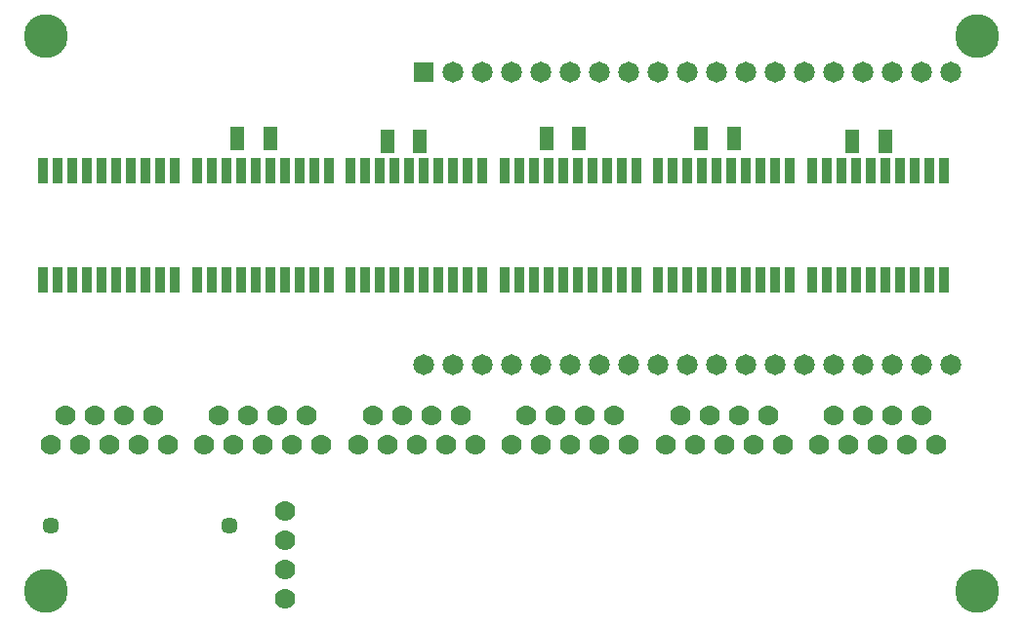
<source format=gbr>
G04 DesignSpark PCB Gerber Version 10.0 Build 5299*
%FSLAX35Y35*%
%MOIN*%
%ADD115R,0.03559X0.08677*%
%ADD109R,0.05055X0.08362*%
%ADD106R,0.07142X0.07142*%
%ADD72C,0.05724*%
%ADD108C,0.07000*%
%ADD107C,0.07142*%
%ADD105C,0.15000*%
X0Y0D02*
D02*
D72*
X14100Y35600D03*
X75124D03*
D02*
D105*
X12600Y13100D03*
Y202700D03*
X330600Y13100D03*
Y202700D03*
D02*
D106*
X141305Y190600D03*
D02*
D107*
Y90600D03*
X151305D03*
Y190600D03*
X161305Y90600D03*
Y190600D03*
X171305Y90600D03*
Y190600D03*
X181305Y90600D03*
Y190600D03*
X191305Y90600D03*
Y190600D03*
X201305Y90600D03*
Y190600D03*
X211305Y90600D03*
Y190600D03*
X221305Y90600D03*
Y190600D03*
X231305Y90600D03*
Y190600D03*
X241305Y90600D03*
Y190600D03*
X251305Y90600D03*
Y190600D03*
X261305Y90600D03*
Y190600D03*
X271305Y90600D03*
Y190600D03*
X281305Y90600D03*
Y190600D03*
X291305Y90600D03*
Y190600D03*
X301305Y90600D03*
Y190600D03*
X311305Y90600D03*
Y190600D03*
X321305Y90600D03*
Y190600D03*
D02*
D108*
X14100Y63100D03*
X19100Y73100D03*
X24100Y63100D03*
X29100Y73100D03*
X34100Y63100D03*
X39100Y73100D03*
X44100Y63100D03*
X49100Y73100D03*
X54100Y63100D03*
X66600D03*
X71600Y73100D03*
X76600Y63100D03*
X81600Y73100D03*
X86600Y63100D03*
X91600Y73100D03*
X94100Y10600D03*
Y20600D03*
Y30600D03*
Y40600D03*
X96600Y63100D03*
X101600Y73100D03*
X106600Y63100D03*
X119100D03*
X124100Y73100D03*
X129100Y63100D03*
X134100Y73100D03*
X139100Y63100D03*
X144100Y73100D03*
X149100Y63100D03*
X154100Y73100D03*
X159100Y63100D03*
X171600D03*
X176600Y73100D03*
X181600Y63100D03*
X186600Y73100D03*
X191600Y63100D03*
X196600Y73100D03*
X201600Y63100D03*
X206600Y73100D03*
X211600Y63100D03*
X224100D03*
X229100Y73100D03*
X234100Y63100D03*
X239100Y73100D03*
X244100Y63100D03*
X249100Y73100D03*
X254100Y63100D03*
X259100Y73100D03*
X264100Y63100D03*
X276600D03*
X281600Y73100D03*
X286600Y63100D03*
X291600Y73100D03*
X296600Y63100D03*
X301600Y73100D03*
X306600Y63100D03*
X311600Y73100D03*
X316600Y63100D03*
D02*
D109*
X77809Y167900D03*
X88991D03*
X129009Y166700D03*
X140191D03*
X183409Y167900D03*
X194591D03*
X236209D03*
X247391D03*
X287809Y166700D03*
X298991D03*
D02*
D115*
X11600Y119498D03*
Y156702D03*
X16600Y119498D03*
Y156702D03*
X21600Y119498D03*
Y156702D03*
X26600Y119498D03*
Y156702D03*
X31600Y119498D03*
Y156702D03*
X36600Y119498D03*
Y156702D03*
X41600Y119498D03*
Y156702D03*
X46600Y119498D03*
Y156702D03*
X51600Y119498D03*
Y156702D03*
X56600Y119498D03*
Y156702D03*
X64100Y119498D03*
Y156702D03*
X69100Y119498D03*
Y156702D03*
X74100Y119498D03*
Y156702D03*
X79100Y119498D03*
Y156702D03*
X84100Y119498D03*
Y156702D03*
X89100Y119498D03*
Y156702D03*
X94100Y119498D03*
Y156702D03*
X99100Y119498D03*
Y156702D03*
X104100Y119498D03*
Y156702D03*
X109100Y119498D03*
Y156702D03*
X116600Y119498D03*
Y156702D03*
X121600Y119498D03*
Y156702D03*
X126600Y119498D03*
Y156702D03*
X131600Y119498D03*
Y156702D03*
X136600Y119498D03*
Y156702D03*
X141600Y119498D03*
Y156702D03*
X146600Y119498D03*
Y156702D03*
X151600Y119498D03*
Y156702D03*
X156600Y119498D03*
Y156702D03*
X161600Y119498D03*
Y156702D03*
X169100Y119498D03*
Y156702D03*
X174100Y119498D03*
Y156702D03*
X179100Y119498D03*
Y156702D03*
X184100Y119498D03*
Y156702D03*
X189100Y119498D03*
Y156702D03*
X194100Y119498D03*
Y156702D03*
X199100Y119498D03*
Y156702D03*
X204100Y119498D03*
Y156702D03*
X209100Y119498D03*
Y156702D03*
X214100Y119498D03*
Y156702D03*
X221600Y119498D03*
Y156702D03*
X226600Y119498D03*
Y156702D03*
X231600Y119498D03*
Y156702D03*
X236600Y119498D03*
Y156702D03*
X241600Y119498D03*
Y156702D03*
X246600Y119498D03*
Y156702D03*
X251600Y119498D03*
Y156702D03*
X256600Y119498D03*
Y156702D03*
X261600Y119498D03*
Y156702D03*
X266600Y119498D03*
Y156702D03*
X274100Y119498D03*
Y156702D03*
X279100Y119498D03*
Y156702D03*
X284100Y119498D03*
Y156702D03*
X289100Y119498D03*
Y156702D03*
X294100Y119498D03*
Y156702D03*
X299100Y119498D03*
Y156702D03*
X304100Y119498D03*
Y156702D03*
X309100Y119498D03*
Y156702D03*
X314100Y119498D03*
Y156702D03*
X319100Y119498D03*
Y156702D03*
X0Y0D02*
M02*

</source>
